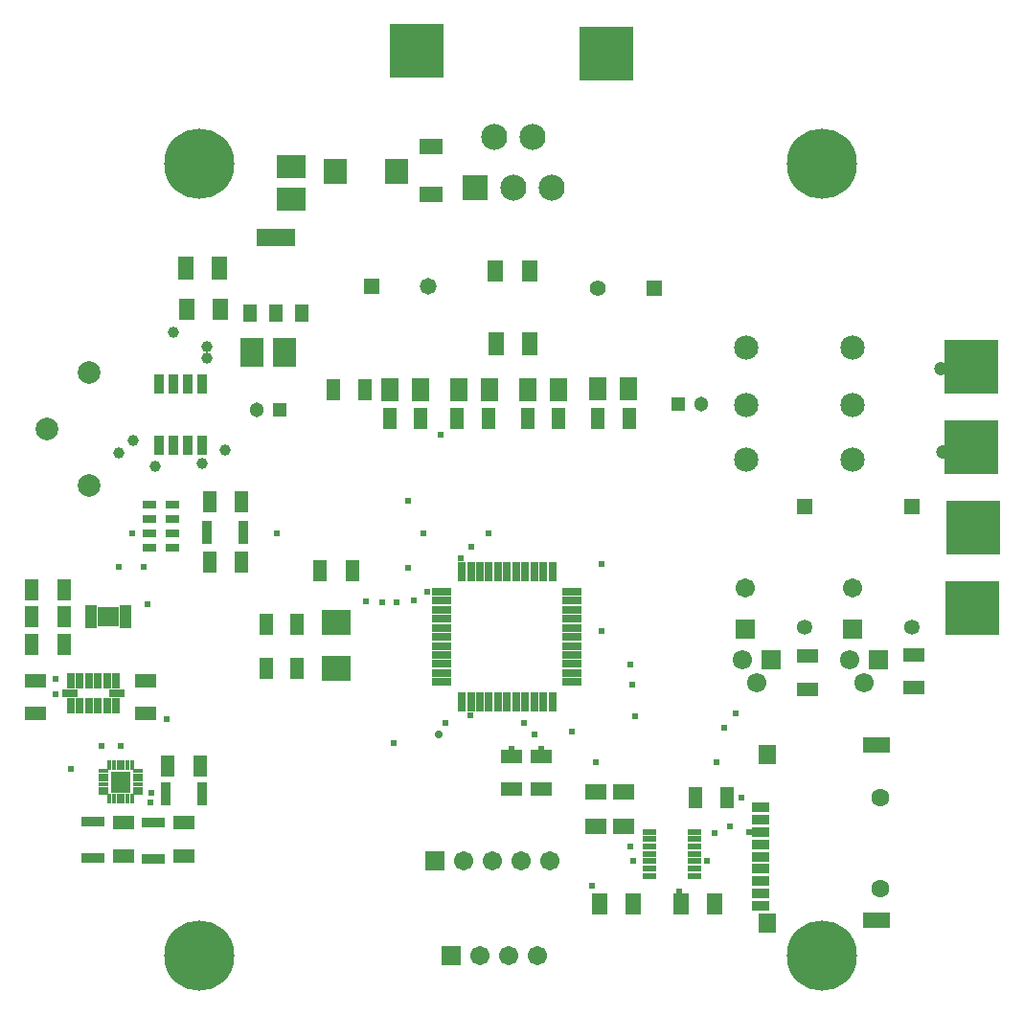
<source format=gts>
G04*
G04 #@! TF.GenerationSoftware,Altium Limited,Altium Designer,20.0.13 (296)*
G04*
G04 Layer_Color=8388736*
%FSLAX44Y44*%
%MOMM*%
G71*
G01*
G75*
%ADD49R,4.8000X4.8000*%
%ADD50R,1.9532X1.2532*%
%ADD51R,2.0232X0.8232*%
%ADD52R,1.3482X0.7532*%
%ADD53R,0.7532X1.3482*%
%ADD54R,0.9532X0.4032*%
%ADD55R,0.4032X0.9532*%
%ADD56R,1.7932X1.9532*%
%ADD57R,1.3532X2.0032*%
%ADD58R,1.2532X1.9532*%
%ADD59R,0.8232X2.0232*%
%ADD60R,1.3532X1.9032*%
%ADD61R,2.0032X2.2532*%
%ADD62R,0.8532X1.7282*%
%ADD63R,2.1332X1.3732*%
%ADD64R,1.1532X0.7532*%
%ADD65R,1.2232X1.9832*%
%ADD66R,1.1532X1.5032*%
%ADD67R,3.4532X1.5032*%
%ADD68R,1.0032X0.5032*%
%ADD69R,1.9532X1.7532*%
%ADD70R,2.0032X2.5032*%
%ADD71R,2.5032X2.0032*%
%ADD72R,1.9032X1.3532*%
%ADD73R,1.3032X0.5032*%
%ADD74R,1.7032X0.8032*%
%ADD75R,0.8032X1.7032*%
%ADD76R,1.6032X2.0032*%
%ADD77R,1.6032X1.8032*%
%ADD78R,2.4032X1.4032*%
%ADD79R,1.6032X0.9032*%
%ADD80R,2.6032X2.2032*%
%ADD81C,1.7032*%
%ADD82R,1.7032X1.7032*%
%ADD83C,2.1532*%
%ADD84C,1.7112*%
%ADD85R,1.7112X1.7112*%
%ADD86R,2.3032X2.3032*%
%ADD87C,2.3032*%
%ADD88C,1.0032*%
%ADD89C,2.0032*%
%ADD90R,1.4032X1.4032*%
%ADD91C,1.4032*%
%ADD92R,1.4782X1.4782*%
%ADD93C,1.4782*%
%ADD94R,1.3032X1.3032*%
%ADD95C,1.3032*%
%ADD96C,1.6032*%
%ADD97R,1.3532X1.3532*%
%ADD98C,1.3532*%
%ADD99R,1.7182X1.7182*%
%ADD100C,1.7182*%
%ADD101C,0.7032*%
%ADD102C,0.6032*%
%ADD103C,1.2032*%
%ADD104C,6.2032*%
D49*
X912084Y19108D02*
D03*
X911730Y-52200D02*
D03*
X910460Y90040D02*
D03*
X910814Y161348D02*
D03*
X420240Y440560D02*
D03*
X588140Y438280D02*
D03*
D50*
X180650Y-116272D02*
D03*
Y-145272D02*
D03*
X161290Y-271040D02*
D03*
Y-242040D02*
D03*
X214630Y-271040D02*
D03*
Y-242040D02*
D03*
X83670Y-116272D02*
D03*
Y-145272D02*
D03*
X504190Y-211880D02*
D03*
Y-182880D02*
D03*
X530860Y-211880D02*
D03*
Y-182880D02*
D03*
X859790Y-93450D02*
D03*
Y-122450D02*
D03*
X765810Y-94720D02*
D03*
Y-123720D02*
D03*
D51*
X134620Y-240540D02*
D03*
Y-272540D02*
D03*
X187960Y-241810D02*
D03*
Y-273810D02*
D03*
D52*
X113835Y-127455D02*
D03*
X155785D02*
D03*
D53*
X114810Y-116480D02*
D03*
X122810D02*
D03*
X130810D02*
D03*
X138810D02*
D03*
X146810D02*
D03*
X154810D02*
D03*
Y-138430D02*
D03*
X146810D02*
D03*
X138810D02*
D03*
X130810D02*
D03*
X122810D02*
D03*
X114810D02*
D03*
D54*
X143750Y-195740D02*
D03*
Y-199740D02*
D03*
Y-203740D02*
D03*
Y-207740D02*
D03*
Y-211740D02*
D03*
Y-215740D02*
D03*
X173750D02*
D03*
Y-211740D02*
D03*
Y-207740D02*
D03*
Y-203740D02*
D03*
Y-199740D02*
D03*
Y-195740D02*
D03*
D55*
X148750Y-220740D02*
D03*
X152750D02*
D03*
X156750D02*
D03*
X160750D02*
D03*
X164750D02*
D03*
X168750D02*
D03*
Y-190740D02*
D03*
X164750D02*
D03*
X160750D02*
D03*
X156750D02*
D03*
X152750D02*
D03*
X148750D02*
D03*
D56*
X158750Y-205740D02*
D03*
D57*
X520460Y181610D02*
D03*
X490460D02*
D03*
X216380Y248920D02*
D03*
X246380D02*
D03*
D58*
X229130Y-191770D02*
D03*
X200130D02*
D03*
X80010Y-35560D02*
D03*
X109010D02*
D03*
X80010Y-59690D02*
D03*
X109010D02*
D03*
X80010Y-83820D02*
D03*
X109010D02*
D03*
X334750Y-19050D02*
D03*
X363750D02*
D03*
D59*
X230630Y-215900D02*
D03*
X198630D02*
D03*
X267460Y15240D02*
D03*
X235460D02*
D03*
D60*
X490220Y246380D02*
D03*
X520220D02*
D03*
X217170Y212090D02*
D03*
X247170D02*
D03*
X581900Y-313690D02*
D03*
X611900D02*
D03*
X684050D02*
D03*
X654050D02*
D03*
D61*
X348920Y334010D02*
D03*
X402920D02*
D03*
D62*
X231140Y91810D02*
D03*
X218440D02*
D03*
X205740D02*
D03*
X193040D02*
D03*
Y146050D02*
D03*
X205740D02*
D03*
X218440D02*
D03*
X231140D02*
D03*
D63*
X433070Y356530D02*
D03*
Y314030D02*
D03*
D64*
X204650Y1670D02*
D03*
Y14170D02*
D03*
Y26670D02*
D03*
Y39170D02*
D03*
X184150D02*
D03*
Y26670D02*
D03*
Y14170D02*
D03*
Y1670D02*
D03*
D65*
X265430Y-11430D02*
D03*
X237830D02*
D03*
Y41910D02*
D03*
X265430D02*
D03*
X608160Y115570D02*
D03*
X580560D02*
D03*
X694520Y-219710D02*
D03*
X666920D02*
D03*
X545930Y115570D02*
D03*
X518330D02*
D03*
X483700D02*
D03*
X456100D02*
D03*
X424010D02*
D03*
X396410D02*
D03*
X346880Y140970D02*
D03*
X374480D02*
D03*
X314790Y-105410D02*
D03*
X287190D02*
D03*
X314790Y-66040D02*
D03*
X287190D02*
D03*
D66*
X273010Y209070D02*
D03*
X295910D02*
D03*
X318810D02*
D03*
D67*
X295910Y276070D02*
D03*
D68*
X162850Y-67190D02*
D03*
Y-62190D02*
D03*
Y-57190D02*
D03*
Y-52190D02*
D03*
X132850D02*
D03*
Y-57190D02*
D03*
Y-62190D02*
D03*
Y-67190D02*
D03*
D69*
X147850Y-59690D02*
D03*
D70*
X303530Y173990D02*
D03*
X274530D02*
D03*
D71*
X309880Y338350D02*
D03*
Y309350D02*
D03*
D72*
X579120Y-214870D02*
D03*
Y-244870D02*
D03*
X603250Y-214870D02*
D03*
Y-244870D02*
D03*
D73*
X666430Y-288740D02*
D03*
Y-282240D02*
D03*
Y-275740D02*
D03*
Y-269240D02*
D03*
Y-262740D02*
D03*
Y-256240D02*
D03*
Y-249740D02*
D03*
X626430D02*
D03*
Y-256240D02*
D03*
Y-262740D02*
D03*
Y-269240D02*
D03*
Y-275740D02*
D03*
Y-282240D02*
D03*
Y-288740D02*
D03*
D74*
X442880Y-37470D02*
D03*
Y-45470D02*
D03*
Y-53470D02*
D03*
Y-61470D02*
D03*
Y-69470D02*
D03*
Y-77470D02*
D03*
Y-85470D02*
D03*
Y-93470D02*
D03*
Y-101470D02*
D03*
Y-109470D02*
D03*
Y-117470D02*
D03*
X557880D02*
D03*
Y-109470D02*
D03*
Y-101470D02*
D03*
Y-93470D02*
D03*
Y-85470D02*
D03*
Y-77470D02*
D03*
Y-69470D02*
D03*
Y-61470D02*
D03*
Y-53470D02*
D03*
Y-45470D02*
D03*
Y-37470D02*
D03*
D75*
X460380Y-134970D02*
D03*
X468380D02*
D03*
X476380D02*
D03*
X484380D02*
D03*
X492380D02*
D03*
X500380D02*
D03*
X508380D02*
D03*
X516380D02*
D03*
X524380D02*
D03*
X532380D02*
D03*
X540380D02*
D03*
Y-19970D02*
D03*
X532380D02*
D03*
X524380D02*
D03*
X516380D02*
D03*
X508380D02*
D03*
X500380D02*
D03*
X492380D02*
D03*
X484380D02*
D03*
X476380D02*
D03*
X468380D02*
D03*
X460380D02*
D03*
D76*
X518630Y140970D02*
D03*
X545630D02*
D03*
X580860Y142240D02*
D03*
X607860D02*
D03*
X457670Y140970D02*
D03*
X484670D02*
D03*
X396710D02*
D03*
X423710D02*
D03*
D77*
X730580Y-181690D02*
D03*
Y-330190D02*
D03*
D78*
X826580Y-172690D02*
D03*
Y-327690D02*
D03*
D79*
X724580Y-315690D02*
D03*
Y-304690D02*
D03*
Y-293690D02*
D03*
Y-282690D02*
D03*
Y-271690D02*
D03*
Y-260690D02*
D03*
Y-249690D02*
D03*
Y-238690D02*
D03*
Y-227690D02*
D03*
D80*
X349250Y-105090D02*
D03*
Y-65090D02*
D03*
D81*
X527050Y-359410D02*
D03*
X501650D02*
D03*
X476250D02*
D03*
X538480Y-275590D02*
D03*
X513080D02*
D03*
X487680D02*
D03*
X462280D02*
D03*
D82*
X450850Y-359410D02*
D03*
X436880Y-275590D02*
D03*
D83*
X805992Y177917D02*
D03*
Y127118D02*
D03*
Y78857D02*
D03*
X711892Y178048D02*
D03*
Y127248D02*
D03*
Y78988D02*
D03*
D84*
X805351Y-34573D02*
D03*
X711252Y-34442D02*
D03*
D85*
X805351Y-71002D02*
D03*
X711252Y-70872D02*
D03*
D86*
X471950Y319890D02*
D03*
D87*
X505950D02*
D03*
X539950D02*
D03*
X488950Y364490D02*
D03*
X522950D02*
D03*
D88*
X234950Y179070D02*
D03*
Y169370D02*
D03*
X251460Y87630D02*
D03*
X189085Y73660D02*
D03*
X157480Y85090D02*
D03*
X170180Y96520D02*
D03*
X231140Y76200D02*
D03*
X205740Y191770D02*
D03*
D89*
X130810Y156210D02*
D03*
Y56210D02*
D03*
X93810Y106210D02*
D03*
D90*
X630390Y231140D02*
D03*
D91*
X580390D02*
D03*
D92*
X380530Y232410D02*
D03*
D93*
X430530D02*
D03*
D94*
X651830Y128270D02*
D03*
X299400Y123190D02*
D03*
D95*
X671830Y128270D02*
D03*
X279400Y123190D02*
D03*
D96*
X830580Y-299690D02*
D03*
Y-219690D02*
D03*
D97*
X858162Y37670D02*
D03*
X763424Y37904D02*
D03*
D98*
X858162Y-69330D02*
D03*
X763424Y-69096D02*
D03*
D99*
X828796Y-98057D02*
D03*
X734060Y-98110D02*
D03*
D100*
X803396Y-98057D02*
D03*
X816096Y-118057D02*
D03*
X708660Y-98110D02*
D03*
X721360Y-118110D02*
D03*
D101*
X439785Y-163758D02*
D03*
D102*
X557530Y-161290D02*
D03*
X685429Y-188640D02*
D03*
X683811Y-250571D02*
D03*
X426005Y13975D02*
D03*
X584200Y-72390D02*
D03*
Y-12700D02*
D03*
X412750Y43180D02*
D03*
X185420Y-223490D02*
D03*
X575310Y-297180D02*
D03*
X441960Y101600D02*
D03*
X412750Y-16510D02*
D03*
X400050Y-171450D02*
D03*
X468256Y-146404D02*
D03*
X504190Y-176530D02*
D03*
X530860D02*
D03*
X445770Y-153670D02*
D03*
X524510Y-163318D02*
D03*
X515620Y-153670D02*
D03*
X297180Y13970D02*
D03*
X402590Y-46990D02*
D03*
X389890D02*
D03*
X375920Y-45720D02*
D03*
X418080Y-45470D02*
D03*
X429900Y-37470D02*
D03*
X483870Y13970D02*
D03*
X459740Y-7620D02*
D03*
X692150Y-157480D02*
D03*
X468630Y2540D02*
D03*
X702310Y-144780D02*
D03*
X609600Y-101600D02*
D03*
X579120Y-187960D02*
D03*
X610870Y-119380D02*
D03*
X613410Y-147320D02*
D03*
X609600Y-262890D02*
D03*
X652780Y-302260D02*
D03*
X612140Y-275590D02*
D03*
X114555Y-194055D02*
D03*
X707390Y-219710D02*
D03*
X676910Y-275590D02*
D03*
X713990Y-249940D02*
D03*
X697230Y-245110D02*
D03*
X142240Y-173990D02*
D03*
X158750D02*
D03*
X199390Y-149860D02*
D03*
X186190Y-215740D02*
D03*
X179070Y-15240D02*
D03*
X101517Y-127827D02*
D03*
X101600Y-114300D02*
D03*
X157480Y-15240D02*
D03*
X168910Y13970D02*
D03*
X182880Y-48260D02*
D03*
D103*
X883975Y159464D02*
D03*
X885190Y86360D02*
D03*
D104*
X228600Y340590D02*
D03*
X778600D02*
D03*
Y-359410D02*
D03*
X228600D02*
D03*
M02*

</source>
